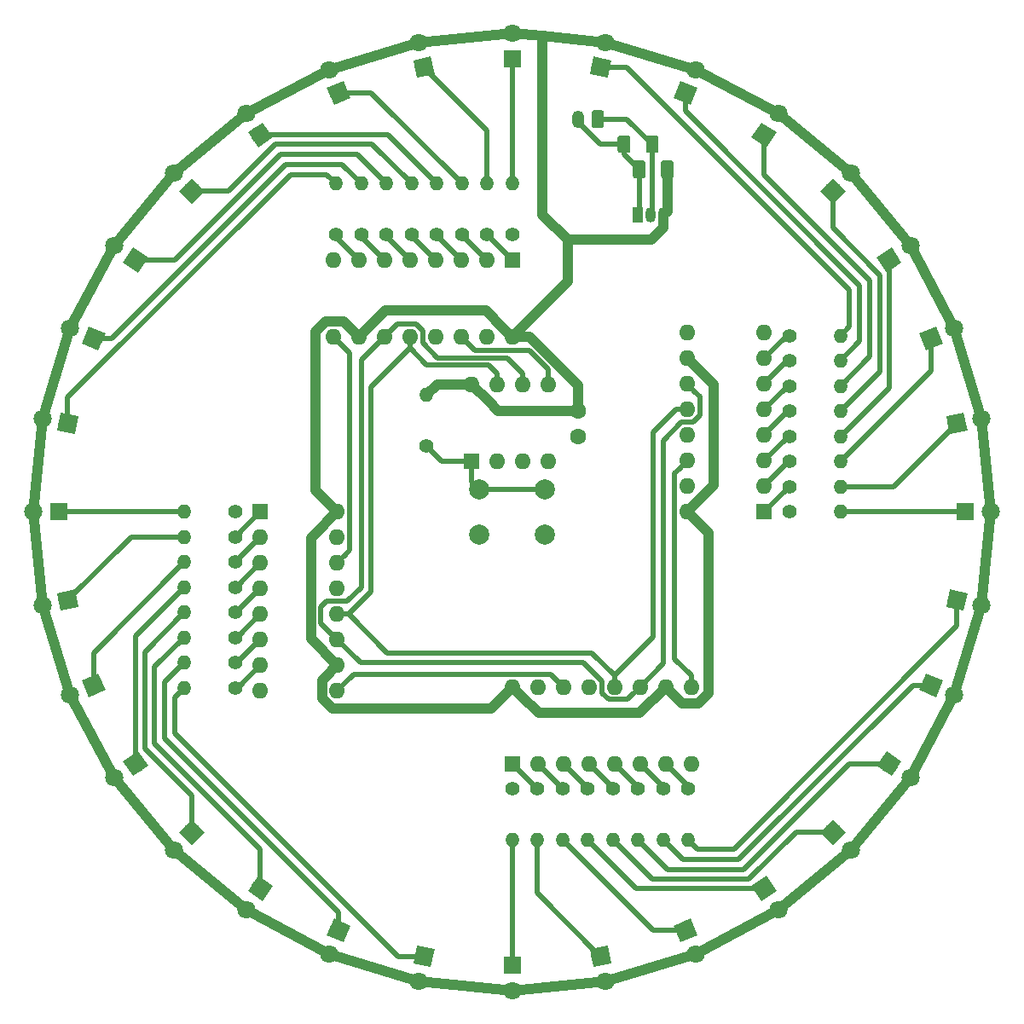
<source format=gbr>
G04 #@! TF.GenerationSoftware,KiCad,Pcbnew,(5.0.2)-1*
G04 #@! TF.CreationDate,2020-02-12T22:05:28+00:00*
G04 #@! TF.ProjectId,teatime,74656174-696d-4652-9e6b-696361645f70,rev?*
G04 #@! TF.SameCoordinates,Original*
G04 #@! TF.FileFunction,Copper,L1,Top*
G04 #@! TF.FilePolarity,Positive*
%FSLAX46Y46*%
G04 Gerber Fmt 4.6, Leading zero omitted, Abs format (unit mm)*
G04 Created by KiCad (PCBNEW (5.0.2)-1) date 12/02/2020 22:05:28*
%MOMM*%
%LPD*%
G01*
G04 APERTURE LIST*
G04 #@! TA.AperFunction,ComponentPad*
%ADD10C,1.600000*%
G04 #@! TD*
G04 #@! TA.AperFunction,ComponentPad*
%ADD11O,1.400000X1.400000*%
G04 #@! TD*
G04 #@! TA.AperFunction,ComponentPad*
%ADD12C,1.400000*%
G04 #@! TD*
G04 #@! TA.AperFunction,ComponentPad*
%ADD13O,1.600000X1.600000*%
G04 #@! TD*
G04 #@! TA.AperFunction,ComponentPad*
%ADD14R,1.600000X1.600000*%
G04 #@! TD*
G04 #@! TA.AperFunction,ComponentPad*
%ADD15R,1.050000X1.500000*%
G04 #@! TD*
G04 #@! TA.AperFunction,ComponentPad*
%ADD16O,1.050000X1.500000*%
G04 #@! TD*
G04 #@! TA.AperFunction,ComponentPad*
%ADD17C,2.000000*%
G04 #@! TD*
G04 #@! TA.AperFunction,Conductor*
%ADD18C,0.100000*%
G04 #@! TD*
G04 #@! TA.AperFunction,SMDPad,CuDef*
%ADD19C,1.250000*%
G04 #@! TD*
G04 #@! TA.AperFunction,ComponentPad*
%ADD20C,1.200000*%
G04 #@! TD*
G04 #@! TA.AperFunction,ComponentPad*
%ADD21O,1.200000X1.750000*%
G04 #@! TD*
G04 #@! TA.AperFunction,ComponentPad*
%ADD22C,1.800000*%
G04 #@! TD*
G04 #@! TA.AperFunction,ComponentPad*
%ADD23R,1.800000X1.800000*%
G04 #@! TD*
G04 #@! TA.AperFunction,Conductor*
%ADD24C,0.500000*%
G04 #@! TD*
G04 #@! TA.AperFunction,Conductor*
%ADD25C,1.000000*%
G04 #@! TD*
G04 APERTURE END LIST*
D10*
G04 #@! TO.P,C3,1*
G04 #@! TO.N,+3V3*
X106500000Y-90000000D03*
G04 #@! TO.P,C3,2*
G04 #@! TO.N,GND*
X106500000Y-92500000D03*
G04 #@! TD*
D11*
G04 #@! TO.P,R32,2*
G04 #@! TO.N,Net-(D32-Pad1)*
X132580000Y-82500000D03*
D12*
G04 #@! TO.P,R32,1*
G04 #@! TO.N,Net-(R32-Pad1)*
X127500000Y-82500000D03*
G04 #@! TD*
D11*
G04 #@! TO.P,R31,2*
G04 #@! TO.N,Net-(D31-Pad1)*
X132580000Y-85000000D03*
D12*
G04 #@! TO.P,R31,1*
G04 #@! TO.N,Net-(R31-Pad1)*
X127500000Y-85000000D03*
G04 #@! TD*
D11*
G04 #@! TO.P,R30,2*
G04 #@! TO.N,Net-(D30-Pad1)*
X132580000Y-87500000D03*
D12*
G04 #@! TO.P,R30,1*
G04 #@! TO.N,Net-(R30-Pad1)*
X127500000Y-87500000D03*
G04 #@! TD*
D11*
G04 #@! TO.P,R29,2*
G04 #@! TO.N,Net-(D29-Pad1)*
X132580000Y-90000000D03*
D12*
G04 #@! TO.P,R29,1*
G04 #@! TO.N,Net-(R29-Pad1)*
X127500000Y-90000000D03*
G04 #@! TD*
D11*
G04 #@! TO.P,R28,2*
G04 #@! TO.N,Net-(D28-Pad1)*
X132580000Y-92500000D03*
D12*
G04 #@! TO.P,R28,1*
G04 #@! TO.N,Net-(R28-Pad1)*
X127500000Y-92500000D03*
G04 #@! TD*
D11*
G04 #@! TO.P,R27,2*
G04 #@! TO.N,Net-(D27-Pad1)*
X132580000Y-95000000D03*
D12*
G04 #@! TO.P,R27,1*
G04 #@! TO.N,Net-(R27-Pad1)*
X127500000Y-95000000D03*
G04 #@! TD*
D11*
G04 #@! TO.P,R26,2*
G04 #@! TO.N,Net-(D26-Pad1)*
X132580000Y-97500000D03*
D12*
G04 #@! TO.P,R26,1*
G04 #@! TO.N,Net-(R26-Pad1)*
X127500000Y-97500000D03*
G04 #@! TD*
D11*
G04 #@! TO.P,R25,2*
G04 #@! TO.N,Net-(D25-Pad1)*
X132580000Y-100000000D03*
D12*
G04 #@! TO.P,R25,1*
G04 #@! TO.N,Net-(R25-Pad1)*
X127500000Y-100000000D03*
G04 #@! TD*
D11*
G04 #@! TO.P,R24,2*
G04 #@! TO.N,Net-(D24-Pad1)*
X117500000Y-132580000D03*
D12*
G04 #@! TO.P,R24,1*
G04 #@! TO.N,Net-(R24-Pad1)*
X117500000Y-127500000D03*
G04 #@! TD*
D11*
G04 #@! TO.P,R23,2*
G04 #@! TO.N,Net-(D23-Pad1)*
X115000000Y-132580000D03*
D12*
G04 #@! TO.P,R23,1*
G04 #@! TO.N,Net-(R23-Pad1)*
X115000000Y-127500000D03*
G04 #@! TD*
D11*
G04 #@! TO.P,R22,2*
G04 #@! TO.N,Net-(D22-Pad1)*
X112500000Y-132580000D03*
D12*
G04 #@! TO.P,R22,1*
G04 #@! TO.N,Net-(R22-Pad1)*
X112500000Y-127500000D03*
G04 #@! TD*
D11*
G04 #@! TO.P,R21,2*
G04 #@! TO.N,Net-(D21-Pad1)*
X110000000Y-132580000D03*
D12*
G04 #@! TO.P,R21,1*
G04 #@! TO.N,Net-(R21-Pad1)*
X110000000Y-127500000D03*
G04 #@! TD*
D11*
G04 #@! TO.P,R20,2*
G04 #@! TO.N,Net-(D20-Pad1)*
X107500000Y-132580000D03*
D12*
G04 #@! TO.P,R20,1*
G04 #@! TO.N,Net-(R20-Pad1)*
X107500000Y-127500000D03*
G04 #@! TD*
D11*
G04 #@! TO.P,R19,2*
G04 #@! TO.N,Net-(D19-Pad1)*
X105000000Y-132580000D03*
D12*
G04 #@! TO.P,R19,1*
G04 #@! TO.N,Net-(R19-Pad1)*
X105000000Y-127500000D03*
G04 #@! TD*
D11*
G04 #@! TO.P,R18,2*
G04 #@! TO.N,Net-(D18-Pad1)*
X102500000Y-132580000D03*
D12*
G04 #@! TO.P,R18,1*
G04 #@! TO.N,Net-(R18-Pad1)*
X102500000Y-127500000D03*
G04 #@! TD*
D11*
G04 #@! TO.P,R17,2*
G04 #@! TO.N,Net-(D17-Pad1)*
X100000000Y-132580000D03*
D12*
G04 #@! TO.P,R17,1*
G04 #@! TO.N,Net-(R17-Pad1)*
X100000000Y-127500000D03*
G04 #@! TD*
D11*
G04 #@! TO.P,R16,2*
G04 #@! TO.N,Net-(D16-Pad1)*
X67420000Y-117500000D03*
D12*
G04 #@! TO.P,R16,1*
G04 #@! TO.N,Net-(R16-Pad1)*
X72500000Y-117500000D03*
G04 #@! TD*
D11*
G04 #@! TO.P,R15,2*
G04 #@! TO.N,Net-(D15-Pad1)*
X67420000Y-115000000D03*
D12*
G04 #@! TO.P,R15,1*
G04 #@! TO.N,Net-(R15-Pad1)*
X72500000Y-115000000D03*
G04 #@! TD*
D11*
G04 #@! TO.P,R14,2*
G04 #@! TO.N,Net-(D14-Pad1)*
X67420000Y-112500000D03*
D12*
G04 #@! TO.P,R14,1*
G04 #@! TO.N,Net-(R14-Pad1)*
X72500000Y-112500000D03*
G04 #@! TD*
D11*
G04 #@! TO.P,R13,2*
G04 #@! TO.N,Net-(D13-Pad1)*
X67420000Y-110000000D03*
D12*
G04 #@! TO.P,R13,1*
G04 #@! TO.N,Net-(R13-Pad1)*
X72500000Y-110000000D03*
G04 #@! TD*
D11*
G04 #@! TO.P,R12,2*
G04 #@! TO.N,Net-(D12-Pad1)*
X67420000Y-107500000D03*
D12*
G04 #@! TO.P,R12,1*
G04 #@! TO.N,Net-(R12-Pad1)*
X72500000Y-107500000D03*
G04 #@! TD*
D11*
G04 #@! TO.P,R11,2*
G04 #@! TO.N,Net-(D11-Pad1)*
X67420000Y-105000000D03*
D12*
G04 #@! TO.P,R11,1*
G04 #@! TO.N,Net-(R11-Pad1)*
X72500000Y-105000000D03*
G04 #@! TD*
D11*
G04 #@! TO.P,R10,2*
G04 #@! TO.N,Net-(D10-Pad1)*
X67420000Y-102500000D03*
D12*
G04 #@! TO.P,R10,1*
G04 #@! TO.N,Net-(R10-Pad1)*
X72500000Y-102500000D03*
G04 #@! TD*
D11*
G04 #@! TO.P,R9,2*
G04 #@! TO.N,Net-(D9-Pad1)*
X67420000Y-100000000D03*
D12*
G04 #@! TO.P,R9,1*
G04 #@! TO.N,Net-(R9-Pad1)*
X72500000Y-100000000D03*
G04 #@! TD*
D11*
G04 #@! TO.P,R8,2*
G04 #@! TO.N,Net-(D8-Pad1)*
X82500000Y-67420000D03*
D12*
G04 #@! TO.P,R8,1*
G04 #@! TO.N,Net-(R8-Pad1)*
X82500000Y-72500000D03*
G04 #@! TD*
D11*
G04 #@! TO.P,R7,2*
G04 #@! TO.N,Net-(D7-Pad1)*
X85000000Y-67420000D03*
D12*
G04 #@! TO.P,R7,1*
G04 #@! TO.N,Net-(R7-Pad1)*
X85000000Y-72500000D03*
G04 #@! TD*
D11*
G04 #@! TO.P,R6,2*
G04 #@! TO.N,Net-(D6-Pad1)*
X87500000Y-67420000D03*
D12*
G04 #@! TO.P,R6,1*
G04 #@! TO.N,Net-(R6-Pad1)*
X87500000Y-72500000D03*
G04 #@! TD*
D11*
G04 #@! TO.P,R5,2*
G04 #@! TO.N,Net-(D5-Pad1)*
X90000000Y-67420000D03*
D12*
G04 #@! TO.P,R5,1*
G04 #@! TO.N,Net-(R5-Pad1)*
X90000000Y-72500000D03*
G04 #@! TD*
D11*
G04 #@! TO.P,R4,2*
G04 #@! TO.N,Net-(D4-Pad1)*
X92500000Y-67420000D03*
D12*
G04 #@! TO.P,R4,1*
G04 #@! TO.N,Net-(R4-Pad1)*
X92500000Y-72500000D03*
G04 #@! TD*
D11*
G04 #@! TO.P,R3,2*
G04 #@! TO.N,Net-(D3-Pad1)*
X95000000Y-67420000D03*
D12*
G04 #@! TO.P,R3,1*
G04 #@! TO.N,Net-(R3-Pad1)*
X95000000Y-72500000D03*
G04 #@! TD*
D11*
G04 #@! TO.P,R2,2*
G04 #@! TO.N,Net-(D2-Pad1)*
X97500000Y-67420000D03*
D12*
G04 #@! TO.P,R2,1*
G04 #@! TO.N,Net-(R2-Pad1)*
X97500000Y-72500000D03*
G04 #@! TD*
D13*
G04 #@! TO.P,U6,8*
G04 #@! TO.N,+3V3*
X96000000Y-87380000D03*
G04 #@! TO.P,U6,4*
G04 #@! TO.N,GND*
X103620000Y-95000000D03*
G04 #@! TO.P,U6,7*
G04 #@! TO.N,Net-(U2-Pad12)*
X98540000Y-87380000D03*
G04 #@! TO.P,U6,3*
G04 #@! TO.N,Net-(U6-Pad3)*
X101080000Y-95000000D03*
G04 #@! TO.P,U6,6*
G04 #@! TO.N,Net-(U2-Pad11)*
X101080000Y-87380000D03*
G04 #@! TO.P,U6,2*
G04 #@! TO.N,Net-(U6-Pad2)*
X98540000Y-95000000D03*
G04 #@! TO.P,U6,5*
G04 #@! TO.N,Net-(U2-Pad14)*
X103620000Y-87380000D03*
D14*
G04 #@! TO.P,U6,1*
G04 #@! TO.N,Net-(R33-Pad1)*
X96000000Y-95000000D03*
G04 #@! TD*
D15*
G04 #@! TO.P,U1,1*
G04 #@! TO.N,GND*
X112500000Y-70500000D03*
D16*
G04 #@! TO.P,U1,3*
G04 #@! TO.N,+3V3*
X115040000Y-70500000D03*
G04 #@! TO.P,U1,2*
G04 #@! TO.N,Net-(BT1-Pad1)*
X113770000Y-70500000D03*
G04 #@! TD*
D17*
G04 #@! TO.P,SW1,1*
G04 #@! TO.N,Net-(R33-Pad1)*
X103250000Y-97750000D03*
G04 #@! TO.P,SW1,2*
G04 #@! TO.N,GND*
X103250000Y-102250000D03*
G04 #@! TO.P,SW1,1*
G04 #@! TO.N,Net-(R33-Pad1)*
X96750000Y-97750000D03*
G04 #@! TO.P,SW1,2*
G04 #@! TO.N,GND*
X96750000Y-102250000D03*
G04 #@! TD*
D11*
G04 #@! TO.P,R33,2*
G04 #@! TO.N,+3V3*
X91500000Y-88420000D03*
D12*
G04 #@! TO.P,R33,1*
G04 #@! TO.N,Net-(R33-Pad1)*
X91500000Y-93500000D03*
G04 #@! TD*
D18*
G04 #@! TO.N,GND*
G04 #@! TO.C,C1*
G36*
X111499504Y-62626204D02*
X111523773Y-62629804D01*
X111547571Y-62635765D01*
X111570671Y-62644030D01*
X111592849Y-62654520D01*
X111613893Y-62667133D01*
X111633598Y-62681747D01*
X111651777Y-62698223D01*
X111668253Y-62716402D01*
X111682867Y-62736107D01*
X111695480Y-62757151D01*
X111705970Y-62779329D01*
X111714235Y-62802429D01*
X111720196Y-62826227D01*
X111723796Y-62850496D01*
X111725000Y-62875000D01*
X111725000Y-64125000D01*
X111723796Y-64149504D01*
X111720196Y-64173773D01*
X111714235Y-64197571D01*
X111705970Y-64220671D01*
X111695480Y-64242849D01*
X111682867Y-64263893D01*
X111668253Y-64283598D01*
X111651777Y-64301777D01*
X111633598Y-64318253D01*
X111613893Y-64332867D01*
X111592849Y-64345480D01*
X111570671Y-64355970D01*
X111547571Y-64364235D01*
X111523773Y-64370196D01*
X111499504Y-64373796D01*
X111475000Y-64375000D01*
X110725000Y-64375000D01*
X110700496Y-64373796D01*
X110676227Y-64370196D01*
X110652429Y-64364235D01*
X110629329Y-64355970D01*
X110607151Y-64345480D01*
X110586107Y-64332867D01*
X110566402Y-64318253D01*
X110548223Y-64301777D01*
X110531747Y-64283598D01*
X110517133Y-64263893D01*
X110504520Y-64242849D01*
X110494030Y-64220671D01*
X110485765Y-64197571D01*
X110479804Y-64173773D01*
X110476204Y-64149504D01*
X110475000Y-64125000D01*
X110475000Y-62875000D01*
X110476204Y-62850496D01*
X110479804Y-62826227D01*
X110485765Y-62802429D01*
X110494030Y-62779329D01*
X110504520Y-62757151D01*
X110517133Y-62736107D01*
X110531747Y-62716402D01*
X110548223Y-62698223D01*
X110566402Y-62681747D01*
X110586107Y-62667133D01*
X110607151Y-62654520D01*
X110629329Y-62644030D01*
X110652429Y-62635765D01*
X110676227Y-62629804D01*
X110700496Y-62626204D01*
X110725000Y-62625000D01*
X111475000Y-62625000D01*
X111499504Y-62626204D01*
X111499504Y-62626204D01*
G37*
D19*
G04 #@! TD*
G04 #@! TO.P,C1,2*
G04 #@! TO.N,GND*
X111100000Y-63500000D03*
D18*
G04 #@! TO.N,Net-(BT1-Pad1)*
G04 #@! TO.C,C1*
G36*
X114299504Y-62626204D02*
X114323773Y-62629804D01*
X114347571Y-62635765D01*
X114370671Y-62644030D01*
X114392849Y-62654520D01*
X114413893Y-62667133D01*
X114433598Y-62681747D01*
X114451777Y-62698223D01*
X114468253Y-62716402D01*
X114482867Y-62736107D01*
X114495480Y-62757151D01*
X114505970Y-62779329D01*
X114514235Y-62802429D01*
X114520196Y-62826227D01*
X114523796Y-62850496D01*
X114525000Y-62875000D01*
X114525000Y-64125000D01*
X114523796Y-64149504D01*
X114520196Y-64173773D01*
X114514235Y-64197571D01*
X114505970Y-64220671D01*
X114495480Y-64242849D01*
X114482867Y-64263893D01*
X114468253Y-64283598D01*
X114451777Y-64301777D01*
X114433598Y-64318253D01*
X114413893Y-64332867D01*
X114392849Y-64345480D01*
X114370671Y-64355970D01*
X114347571Y-64364235D01*
X114323773Y-64370196D01*
X114299504Y-64373796D01*
X114275000Y-64375000D01*
X113525000Y-64375000D01*
X113500496Y-64373796D01*
X113476227Y-64370196D01*
X113452429Y-64364235D01*
X113429329Y-64355970D01*
X113407151Y-64345480D01*
X113386107Y-64332867D01*
X113366402Y-64318253D01*
X113348223Y-64301777D01*
X113331747Y-64283598D01*
X113317133Y-64263893D01*
X113304520Y-64242849D01*
X113294030Y-64220671D01*
X113285765Y-64197571D01*
X113279804Y-64173773D01*
X113276204Y-64149504D01*
X113275000Y-64125000D01*
X113275000Y-62875000D01*
X113276204Y-62850496D01*
X113279804Y-62826227D01*
X113285765Y-62802429D01*
X113294030Y-62779329D01*
X113304520Y-62757151D01*
X113317133Y-62736107D01*
X113331747Y-62716402D01*
X113348223Y-62698223D01*
X113366402Y-62681747D01*
X113386107Y-62667133D01*
X113407151Y-62654520D01*
X113429329Y-62644030D01*
X113452429Y-62635765D01*
X113476227Y-62629804D01*
X113500496Y-62626204D01*
X113525000Y-62625000D01*
X114275000Y-62625000D01*
X114299504Y-62626204D01*
X114299504Y-62626204D01*
G37*
D19*
G04 #@! TD*
G04 #@! TO.P,C1,1*
G04 #@! TO.N,Net-(BT1-Pad1)*
X113900000Y-63500000D03*
D18*
G04 #@! TO.N,+3V3*
G04 #@! TO.C,C2*
G36*
X115799504Y-65126204D02*
X115823773Y-65129804D01*
X115847571Y-65135765D01*
X115870671Y-65144030D01*
X115892849Y-65154520D01*
X115913893Y-65167133D01*
X115933598Y-65181747D01*
X115951777Y-65198223D01*
X115968253Y-65216402D01*
X115982867Y-65236107D01*
X115995480Y-65257151D01*
X116005970Y-65279329D01*
X116014235Y-65302429D01*
X116020196Y-65326227D01*
X116023796Y-65350496D01*
X116025000Y-65375000D01*
X116025000Y-66625000D01*
X116023796Y-66649504D01*
X116020196Y-66673773D01*
X116014235Y-66697571D01*
X116005970Y-66720671D01*
X115995480Y-66742849D01*
X115982867Y-66763893D01*
X115968253Y-66783598D01*
X115951777Y-66801777D01*
X115933598Y-66818253D01*
X115913893Y-66832867D01*
X115892849Y-66845480D01*
X115870671Y-66855970D01*
X115847571Y-66864235D01*
X115823773Y-66870196D01*
X115799504Y-66873796D01*
X115775000Y-66875000D01*
X115025000Y-66875000D01*
X115000496Y-66873796D01*
X114976227Y-66870196D01*
X114952429Y-66864235D01*
X114929329Y-66855970D01*
X114907151Y-66845480D01*
X114886107Y-66832867D01*
X114866402Y-66818253D01*
X114848223Y-66801777D01*
X114831747Y-66783598D01*
X114817133Y-66763893D01*
X114804520Y-66742849D01*
X114794030Y-66720671D01*
X114785765Y-66697571D01*
X114779804Y-66673773D01*
X114776204Y-66649504D01*
X114775000Y-66625000D01*
X114775000Y-65375000D01*
X114776204Y-65350496D01*
X114779804Y-65326227D01*
X114785765Y-65302429D01*
X114794030Y-65279329D01*
X114804520Y-65257151D01*
X114817133Y-65236107D01*
X114831747Y-65216402D01*
X114848223Y-65198223D01*
X114866402Y-65181747D01*
X114886107Y-65167133D01*
X114907151Y-65154520D01*
X114929329Y-65144030D01*
X114952429Y-65135765D01*
X114976227Y-65129804D01*
X115000496Y-65126204D01*
X115025000Y-65125000D01*
X115775000Y-65125000D01*
X115799504Y-65126204D01*
X115799504Y-65126204D01*
G37*
D19*
G04 #@! TD*
G04 #@! TO.P,C2,1*
G04 #@! TO.N,+3V3*
X115400000Y-66000000D03*
D18*
G04 #@! TO.N,GND*
G04 #@! TO.C,C2*
G36*
X112999504Y-65126204D02*
X113023773Y-65129804D01*
X113047571Y-65135765D01*
X113070671Y-65144030D01*
X113092849Y-65154520D01*
X113113893Y-65167133D01*
X113133598Y-65181747D01*
X113151777Y-65198223D01*
X113168253Y-65216402D01*
X113182867Y-65236107D01*
X113195480Y-65257151D01*
X113205970Y-65279329D01*
X113214235Y-65302429D01*
X113220196Y-65326227D01*
X113223796Y-65350496D01*
X113225000Y-65375000D01*
X113225000Y-66625000D01*
X113223796Y-66649504D01*
X113220196Y-66673773D01*
X113214235Y-66697571D01*
X113205970Y-66720671D01*
X113195480Y-66742849D01*
X113182867Y-66763893D01*
X113168253Y-66783598D01*
X113151777Y-66801777D01*
X113133598Y-66818253D01*
X113113893Y-66832867D01*
X113092849Y-66845480D01*
X113070671Y-66855970D01*
X113047571Y-66864235D01*
X113023773Y-66870196D01*
X112999504Y-66873796D01*
X112975000Y-66875000D01*
X112225000Y-66875000D01*
X112200496Y-66873796D01*
X112176227Y-66870196D01*
X112152429Y-66864235D01*
X112129329Y-66855970D01*
X112107151Y-66845480D01*
X112086107Y-66832867D01*
X112066402Y-66818253D01*
X112048223Y-66801777D01*
X112031747Y-66783598D01*
X112017133Y-66763893D01*
X112004520Y-66742849D01*
X111994030Y-66720671D01*
X111985765Y-66697571D01*
X111979804Y-66673773D01*
X111976204Y-66649504D01*
X111975000Y-66625000D01*
X111975000Y-65375000D01*
X111976204Y-65350496D01*
X111979804Y-65326227D01*
X111985765Y-65302429D01*
X111994030Y-65279329D01*
X112004520Y-65257151D01*
X112017133Y-65236107D01*
X112031747Y-65216402D01*
X112048223Y-65198223D01*
X112066402Y-65181747D01*
X112086107Y-65167133D01*
X112107151Y-65154520D01*
X112129329Y-65144030D01*
X112152429Y-65135765D01*
X112176227Y-65129804D01*
X112200496Y-65126204D01*
X112225000Y-65125000D01*
X112975000Y-65125000D01*
X112999504Y-65126204D01*
X112999504Y-65126204D01*
G37*
D19*
G04 #@! TD*
G04 #@! TO.P,C2,2*
G04 #@! TO.N,GND*
X112600000Y-66000000D03*
D18*
G04 #@! TO.N,Net-(BT1-Pad1)*
G04 #@! TO.C,BT1*
G36*
X108874505Y-60126204D02*
X108898773Y-60129804D01*
X108922572Y-60135765D01*
X108945671Y-60144030D01*
X108967850Y-60154520D01*
X108988893Y-60167132D01*
X109008599Y-60181747D01*
X109026777Y-60198223D01*
X109043253Y-60216401D01*
X109057868Y-60236107D01*
X109070480Y-60257150D01*
X109080970Y-60279329D01*
X109089235Y-60302428D01*
X109095196Y-60326227D01*
X109098796Y-60350495D01*
X109100000Y-60374999D01*
X109100000Y-61625001D01*
X109098796Y-61649505D01*
X109095196Y-61673773D01*
X109089235Y-61697572D01*
X109080970Y-61720671D01*
X109070480Y-61742850D01*
X109057868Y-61763893D01*
X109043253Y-61783599D01*
X109026777Y-61801777D01*
X109008599Y-61818253D01*
X108988893Y-61832868D01*
X108967850Y-61845480D01*
X108945671Y-61855970D01*
X108922572Y-61864235D01*
X108898773Y-61870196D01*
X108874505Y-61873796D01*
X108850001Y-61875000D01*
X108149999Y-61875000D01*
X108125495Y-61873796D01*
X108101227Y-61870196D01*
X108077428Y-61864235D01*
X108054329Y-61855970D01*
X108032150Y-61845480D01*
X108011107Y-61832868D01*
X107991401Y-61818253D01*
X107973223Y-61801777D01*
X107956747Y-61783599D01*
X107942132Y-61763893D01*
X107929520Y-61742850D01*
X107919030Y-61720671D01*
X107910765Y-61697572D01*
X107904804Y-61673773D01*
X107901204Y-61649505D01*
X107900000Y-61625001D01*
X107900000Y-60374999D01*
X107901204Y-60350495D01*
X107904804Y-60326227D01*
X107910765Y-60302428D01*
X107919030Y-60279329D01*
X107929520Y-60257150D01*
X107942132Y-60236107D01*
X107956747Y-60216401D01*
X107973223Y-60198223D01*
X107991401Y-60181747D01*
X108011107Y-60167132D01*
X108032150Y-60154520D01*
X108054329Y-60144030D01*
X108077428Y-60135765D01*
X108101227Y-60129804D01*
X108125495Y-60126204D01*
X108149999Y-60125000D01*
X108850001Y-60125000D01*
X108874505Y-60126204D01*
X108874505Y-60126204D01*
G37*
D20*
G04 #@! TD*
G04 #@! TO.P,BT1,1*
G04 #@! TO.N,Net-(BT1-Pad1)*
X108500000Y-61000000D03*
D21*
G04 #@! TO.P,BT1,2*
G04 #@! TO.N,GND*
X106499999Y-61000000D03*
G04 #@! TD*
D22*
G04 #@! TO.P,D17,2*
G04 #@! TO.N,+3V3*
X100000000Y-147540000D03*
D23*
G04 #@! TO.P,D17,1*
G04 #@! TO.N,Net-(D17-Pad1)*
X100000000Y-145000000D03*
G04 #@! TD*
D22*
G04 #@! TO.P,D30,1*
G04 #@! TO.N,Net-(D30-Pad1)*
X125000660Y-62583867D03*
D18*
G04 #@! TD*
G04 #@! TO.N,Net-(D30-Pad1)*
G04 #@! TO.C,D30*
G36*
X125248969Y-63832203D02*
X123752324Y-62832176D01*
X124752351Y-61335531D01*
X126248996Y-62335558D01*
X125248969Y-63832203D01*
X125248969Y-63832203D01*
G37*
D22*
G04 #@! TO.P,D30,2*
G04 #@! TO.N,+3V3*
X126411808Y-60471934D03*
G04 #@! TD*
G04 #@! TO.P,D29,2*
G04 #@! TO.N,+3V3*
X133615856Y-66384143D03*
G04 #@! TO.P,D29,1*
G04 #@! TO.N,Net-(D29-Pad1)*
X131819805Y-68180194D03*
D18*
G04 #@! TD*
G04 #@! TO.N,Net-(D29-Pad1)*
G04 #@! TO.C,D29*
G36*
X131819805Y-69452986D02*
X130547013Y-68180194D01*
X131819805Y-66907402D01*
X133092597Y-68180194D01*
X131819805Y-69452986D01*
X131819805Y-69452986D01*
G37*
D22*
G04 #@! TO.P,D28,1*
G04 #@! TO.N,Net-(D28-Pad1)*
X137416132Y-74999339D03*
D18*
G04 #@! TD*
G04 #@! TO.N,Net-(D28-Pad1)*
G04 #@! TO.C,D28*
G36*
X137167823Y-76247675D02*
X136167796Y-74751030D01*
X137664441Y-73751003D01*
X138664468Y-75247648D01*
X137167823Y-76247675D01*
X137167823Y-76247675D01*
G37*
D22*
G04 #@! TO.P,D28,2*
G04 #@! TO.N,+3V3*
X139528065Y-73588191D03*
G04 #@! TD*
G04 #@! TO.P,D27,2*
G04 #@! TO.N,+3V3*
X143921232Y-81807229D03*
G04 #@! TO.P,D27,1*
G04 #@! TO.N,Net-(D27-Pad1)*
X141574578Y-82779245D03*
D18*
G04 #@! TD*
G04 #@! TO.N,Net-(D27-Pad1)*
G04 #@! TO.C,D27*
G36*
X141087502Y-83955152D02*
X140398671Y-82292169D01*
X142061654Y-81603338D01*
X142750485Y-83266321D01*
X141087502Y-83955152D01*
X141087502Y-83955152D01*
G37*
D22*
G04 #@! TO.P,D26,1*
G04 #@! TO.N,Net-(D26-Pad1)*
X144135337Y-91220935D03*
D18*
G04 #@! TD*
G04 #@! TO.N,Net-(D26-Pad1)*
G04 #@! TO.C,D26*
G36*
X143428212Y-92279223D02*
X143077049Y-90513810D01*
X144842462Y-90162647D01*
X145193625Y-91928060D01*
X143428212Y-92279223D01*
X143428212Y-92279223D01*
G37*
D22*
G04 #@! TO.P,D26,2*
G04 #@! TO.N,+3V3*
X146626532Y-90725406D03*
G04 #@! TD*
G04 #@! TO.P,D25,2*
G04 #@! TO.N,+3V3*
X147540000Y-100000000D03*
D23*
G04 #@! TO.P,D25,1*
G04 #@! TO.N,Net-(D25-Pad1)*
X145000000Y-100000000D03*
G04 #@! TD*
D22*
G04 #@! TO.P,D24,1*
G04 #@! TO.N,Net-(D24-Pad1)*
X144135337Y-108779064D03*
D18*
G04 #@! TD*
G04 #@! TO.N,Net-(D24-Pad1)*
G04 #@! TO.C,D24*
G36*
X143077049Y-109486189D02*
X143428212Y-107720776D01*
X145193625Y-108071939D01*
X144842462Y-109837352D01*
X143077049Y-109486189D01*
X143077049Y-109486189D01*
G37*
D22*
G04 #@! TO.P,D24,2*
G04 #@! TO.N,+3V3*
X146626532Y-109274593D03*
G04 #@! TD*
G04 #@! TO.P,D23,2*
G04 #@! TO.N,+3V3*
X143921232Y-118192770D03*
G04 #@! TO.P,D23,1*
G04 #@! TO.N,Net-(D23-Pad1)*
X141574578Y-117220754D03*
D18*
G04 #@! TD*
G04 #@! TO.N,Net-(D23-Pad1)*
G04 #@! TO.C,D23*
G36*
X140398671Y-117707830D02*
X141087502Y-116044847D01*
X142750485Y-116733678D01*
X142061654Y-118396661D01*
X140398671Y-117707830D01*
X140398671Y-117707830D01*
G37*
D22*
G04 #@! TO.P,D22,1*
G04 #@! TO.N,Net-(D22-Pad1)*
X137416132Y-125000660D03*
D18*
G04 #@! TD*
G04 #@! TO.N,Net-(D22-Pad1)*
G04 #@! TO.C,D22*
G36*
X136167796Y-125248969D02*
X137167823Y-123752324D01*
X138664468Y-124752351D01*
X137664441Y-126248996D01*
X136167796Y-125248969D01*
X136167796Y-125248969D01*
G37*
D22*
G04 #@! TO.P,D22,2*
G04 #@! TO.N,+3V3*
X139528065Y-126411808D03*
G04 #@! TD*
G04 #@! TO.P,D21,2*
G04 #@! TO.N,+3V3*
X133615856Y-133615856D03*
G04 #@! TO.P,D21,1*
G04 #@! TO.N,Net-(D21-Pad1)*
X131819805Y-131819805D03*
D18*
G04 #@! TD*
G04 #@! TO.N,Net-(D21-Pad1)*
G04 #@! TO.C,D21*
G36*
X130547013Y-131819805D02*
X131819805Y-130547013D01*
X133092597Y-131819805D01*
X131819805Y-133092597D01*
X130547013Y-131819805D01*
X130547013Y-131819805D01*
G37*
D22*
G04 #@! TO.P,D20,1*
G04 #@! TO.N,Net-(D20-Pad1)*
X125000660Y-137416132D03*
D18*
G04 #@! TD*
G04 #@! TO.N,Net-(D20-Pad1)*
G04 #@! TO.C,D20*
G36*
X123752324Y-137167823D02*
X125248969Y-136167796D01*
X126248996Y-137664441D01*
X124752351Y-138664468D01*
X123752324Y-137167823D01*
X123752324Y-137167823D01*
G37*
D22*
G04 #@! TO.P,D20,2*
G04 #@! TO.N,+3V3*
X126411808Y-139528065D03*
G04 #@! TD*
G04 #@! TO.P,D19,2*
G04 #@! TO.N,+3V3*
X118192770Y-143921232D03*
G04 #@! TO.P,D19,1*
G04 #@! TO.N,Net-(D19-Pad1)*
X117220754Y-141574578D03*
D18*
G04 #@! TD*
G04 #@! TO.N,Net-(D19-Pad1)*
G04 #@! TO.C,D19*
G36*
X116044847Y-141087502D02*
X117707830Y-140398671D01*
X118396661Y-142061654D01*
X116733678Y-142750485D01*
X116044847Y-141087502D01*
X116044847Y-141087502D01*
G37*
D22*
G04 #@! TO.P,D18,1*
G04 #@! TO.N,Net-(D18-Pad1)*
X108779064Y-144135337D03*
D18*
G04 #@! TD*
G04 #@! TO.N,Net-(D18-Pad1)*
G04 #@! TO.C,D18*
G36*
X107720776Y-143428212D02*
X109486189Y-143077049D01*
X109837352Y-144842462D01*
X108071939Y-145193625D01*
X107720776Y-143428212D01*
X107720776Y-143428212D01*
G37*
D22*
G04 #@! TO.P,D18,2*
G04 #@! TO.N,+3V3*
X109274593Y-146626532D03*
G04 #@! TD*
G04 #@! TO.P,D16,2*
G04 #@! TO.N,+3V3*
X90725406Y-146626532D03*
G04 #@! TO.P,D16,1*
G04 #@! TO.N,Net-(D16-Pad1)*
X91220935Y-144135337D03*
D18*
G04 #@! TD*
G04 #@! TO.N,Net-(D16-Pad1)*
G04 #@! TO.C,D16*
G36*
X90513810Y-143077049D02*
X92279223Y-143428212D01*
X91928060Y-145193625D01*
X90162647Y-144842462D01*
X90513810Y-143077049D01*
X90513810Y-143077049D01*
G37*
D22*
G04 #@! TO.P,D32,1*
G04 #@! TO.N,Net-(D32-Pad1)*
X108779064Y-55864662D03*
D18*
G04 #@! TD*
G04 #@! TO.N,Net-(D32-Pad1)*
G04 #@! TO.C,D32*
G36*
X109486189Y-56922950D02*
X107720776Y-56571787D01*
X108071939Y-54806374D01*
X109837352Y-55157537D01*
X109486189Y-56922950D01*
X109486189Y-56922950D01*
G37*
D22*
G04 #@! TO.P,D32,2*
G04 #@! TO.N,+3V3*
X109274593Y-53373467D03*
G04 #@! TD*
G04 #@! TO.P,D14,2*
G04 #@! TO.N,+3V3*
X73588191Y-139528065D03*
G04 #@! TO.P,D14,1*
G04 #@! TO.N,Net-(D14-Pad1)*
X74999339Y-137416132D03*
D18*
G04 #@! TD*
G04 #@! TO.N,Net-(D14-Pad1)*
G04 #@! TO.C,D14*
G36*
X74751030Y-136167796D02*
X76247675Y-137167823D01*
X75247648Y-138664468D01*
X73751003Y-137664441D01*
X74751030Y-136167796D01*
X74751030Y-136167796D01*
G37*
D22*
G04 #@! TO.P,D31,1*
G04 #@! TO.N,Net-(D31-Pad1)*
X117220754Y-58425421D03*
D18*
G04 #@! TD*
G04 #@! TO.N,Net-(D31-Pad1)*
G04 #@! TO.C,D31*
G36*
X117707830Y-59601328D02*
X116044847Y-58912497D01*
X116733678Y-57249514D01*
X118396661Y-57938345D01*
X117707830Y-59601328D01*
X117707830Y-59601328D01*
G37*
D22*
G04 #@! TO.P,D31,2*
G04 #@! TO.N,+3V3*
X118192770Y-56078767D03*
G04 #@! TD*
G04 #@! TO.P,D1,2*
G04 #@! TO.N,+3V3*
X100000000Y-52460000D03*
D23*
G04 #@! TO.P,D1,1*
G04 #@! TO.N,Net-(D1-Pad1)*
X100000000Y-55000000D03*
G04 #@! TD*
D22*
G04 #@! TO.P,D2,1*
G04 #@! TO.N,Net-(D2-Pad1)*
X91220935Y-55864662D03*
D18*
G04 #@! TD*
G04 #@! TO.N,Net-(D2-Pad1)*
G04 #@! TO.C,D2*
G36*
X92279223Y-56571787D02*
X90513810Y-56922950D01*
X90162647Y-55157537D01*
X91928060Y-54806374D01*
X92279223Y-56571787D01*
X92279223Y-56571787D01*
G37*
D22*
G04 #@! TO.P,D2,2*
G04 #@! TO.N,+3V3*
X90725406Y-53373467D03*
G04 #@! TD*
G04 #@! TO.P,D3,2*
G04 #@! TO.N,+3V3*
X81807229Y-56078767D03*
G04 #@! TO.P,D3,1*
G04 #@! TO.N,Net-(D3-Pad1)*
X82779245Y-58425421D03*
D18*
G04 #@! TD*
G04 #@! TO.N,Net-(D3-Pad1)*
G04 #@! TO.C,D3*
G36*
X83955152Y-58912497D02*
X82292169Y-59601328D01*
X81603338Y-57938345D01*
X83266321Y-57249514D01*
X83955152Y-58912497D01*
X83955152Y-58912497D01*
G37*
D22*
G04 #@! TO.P,D4,1*
G04 #@! TO.N,Net-(D4-Pad1)*
X74999339Y-62583867D03*
D18*
G04 #@! TD*
G04 #@! TO.N,Net-(D4-Pad1)*
G04 #@! TO.C,D4*
G36*
X76247675Y-62832176D02*
X74751030Y-63832203D01*
X73751003Y-62335558D01*
X75247648Y-61335531D01*
X76247675Y-62832176D01*
X76247675Y-62832176D01*
G37*
D22*
G04 #@! TO.P,D4,2*
G04 #@! TO.N,+3V3*
X73588191Y-60471934D03*
G04 #@! TD*
G04 #@! TO.P,D5,2*
G04 #@! TO.N,+3V3*
X66384143Y-66384143D03*
G04 #@! TO.P,D5,1*
G04 #@! TO.N,Net-(D5-Pad1)*
X68180194Y-68180194D03*
D18*
G04 #@! TD*
G04 #@! TO.N,Net-(D5-Pad1)*
G04 #@! TO.C,D5*
G36*
X69452986Y-68180194D02*
X68180194Y-69452986D01*
X66907402Y-68180194D01*
X68180194Y-66907402D01*
X69452986Y-68180194D01*
X69452986Y-68180194D01*
G37*
D22*
G04 #@! TO.P,D6,1*
G04 #@! TO.N,Net-(D6-Pad1)*
X62583867Y-74999339D03*
D18*
G04 #@! TD*
G04 #@! TO.N,Net-(D6-Pad1)*
G04 #@! TO.C,D6*
G36*
X63832203Y-74751030D02*
X62832176Y-76247675D01*
X61335531Y-75247648D01*
X62335558Y-73751003D01*
X63832203Y-74751030D01*
X63832203Y-74751030D01*
G37*
D22*
G04 #@! TO.P,D6,2*
G04 #@! TO.N,+3V3*
X60471934Y-73588191D03*
G04 #@! TD*
G04 #@! TO.P,D7,2*
G04 #@! TO.N,+3V3*
X56078767Y-81807229D03*
G04 #@! TO.P,D7,1*
G04 #@! TO.N,Net-(D7-Pad1)*
X58425421Y-82779245D03*
D18*
G04 #@! TD*
G04 #@! TO.N,Net-(D7-Pad1)*
G04 #@! TO.C,D7*
G36*
X59601328Y-82292169D02*
X58912497Y-83955152D01*
X57249514Y-83266321D01*
X57938345Y-81603338D01*
X59601328Y-82292169D01*
X59601328Y-82292169D01*
G37*
D22*
G04 #@! TO.P,D8,1*
G04 #@! TO.N,Net-(D8-Pad1)*
X55864662Y-91220935D03*
D18*
G04 #@! TD*
G04 #@! TO.N,Net-(D8-Pad1)*
G04 #@! TO.C,D8*
G36*
X56922950Y-90513810D02*
X56571787Y-92279223D01*
X54806374Y-91928060D01*
X55157537Y-90162647D01*
X56922950Y-90513810D01*
X56922950Y-90513810D01*
G37*
D22*
G04 #@! TO.P,D8,2*
G04 #@! TO.N,+3V3*
X53373467Y-90725406D03*
G04 #@! TD*
G04 #@! TO.P,D9,2*
G04 #@! TO.N,+3V3*
X52460000Y-100000000D03*
D23*
G04 #@! TO.P,D9,1*
G04 #@! TO.N,Net-(D9-Pad1)*
X55000000Y-100000000D03*
G04 #@! TD*
D22*
G04 #@! TO.P,D10,1*
G04 #@! TO.N,Net-(D10-Pad1)*
X55864662Y-108779064D03*
D18*
G04 #@! TD*
G04 #@! TO.N,Net-(D10-Pad1)*
G04 #@! TO.C,D10*
G36*
X56571787Y-107720776D02*
X56922950Y-109486189D01*
X55157537Y-109837352D01*
X54806374Y-108071939D01*
X56571787Y-107720776D01*
X56571787Y-107720776D01*
G37*
D22*
G04 #@! TO.P,D10,2*
G04 #@! TO.N,+3V3*
X53373467Y-109274593D03*
G04 #@! TD*
G04 #@! TO.P,D11,2*
G04 #@! TO.N,+3V3*
X56078767Y-118192770D03*
G04 #@! TO.P,D11,1*
G04 #@! TO.N,Net-(D11-Pad1)*
X58425421Y-117220754D03*
D18*
G04 #@! TD*
G04 #@! TO.N,Net-(D11-Pad1)*
G04 #@! TO.C,D11*
G36*
X58912497Y-116044847D02*
X59601328Y-117707830D01*
X57938345Y-118396661D01*
X57249514Y-116733678D01*
X58912497Y-116044847D01*
X58912497Y-116044847D01*
G37*
D22*
G04 #@! TO.P,D12,1*
G04 #@! TO.N,Net-(D12-Pad1)*
X62583867Y-125000660D03*
D18*
G04 #@! TD*
G04 #@! TO.N,Net-(D12-Pad1)*
G04 #@! TO.C,D12*
G36*
X62832176Y-123752324D02*
X63832203Y-125248969D01*
X62335558Y-126248996D01*
X61335531Y-124752351D01*
X62832176Y-123752324D01*
X62832176Y-123752324D01*
G37*
D22*
G04 #@! TO.P,D12,2*
G04 #@! TO.N,+3V3*
X60471934Y-126411808D03*
G04 #@! TD*
G04 #@! TO.P,D13,2*
G04 #@! TO.N,+3V3*
X66384143Y-133615856D03*
G04 #@! TO.P,D13,1*
G04 #@! TO.N,Net-(D13-Pad1)*
X68180194Y-131819805D03*
D18*
G04 #@! TD*
G04 #@! TO.N,Net-(D13-Pad1)*
G04 #@! TO.C,D13*
G36*
X68180194Y-130547013D02*
X69452986Y-131819805D01*
X68180194Y-133092597D01*
X66907402Y-131819805D01*
X68180194Y-130547013D01*
X68180194Y-130547013D01*
G37*
D22*
G04 #@! TO.P,D15,1*
G04 #@! TO.N,Net-(D15-Pad1)*
X82779245Y-141574578D03*
D18*
G04 #@! TD*
G04 #@! TO.N,Net-(D15-Pad1)*
G04 #@! TO.C,D15*
G36*
X82292169Y-140398671D02*
X83955152Y-141087502D01*
X83266321Y-142750485D01*
X81603338Y-142061654D01*
X82292169Y-140398671D01*
X82292169Y-140398671D01*
G37*
D22*
G04 #@! TO.P,D15,2*
G04 #@! TO.N,+3V3*
X81807229Y-143921232D03*
G04 #@! TD*
D13*
G04 #@! TO.P,U3,16*
G04 #@! TO.N,+3V3*
X82620000Y-100000000D03*
G04 #@! TO.P,U3,8*
G04 #@! TO.N,GND*
X75000000Y-117780000D03*
G04 #@! TO.P,U3,15*
G04 #@! TO.N,Net-(R9-Pad1)*
X82620000Y-102540000D03*
G04 #@! TO.P,U3,7*
G04 #@! TO.N,Net-(R16-Pad1)*
X75000000Y-115240000D03*
G04 #@! TO.P,U3,14*
G04 #@! TO.N,Net-(U2-Pad9)*
X82620000Y-105080000D03*
G04 #@! TO.P,U3,6*
G04 #@! TO.N,Net-(R15-Pad1)*
X75000000Y-112700000D03*
G04 #@! TO.P,U3,13*
G04 #@! TO.N,GND*
X82620000Y-107620000D03*
G04 #@! TO.P,U3,5*
G04 #@! TO.N,Net-(R14-Pad1)*
X75000000Y-110160000D03*
G04 #@! TO.P,U3,12*
G04 #@! TO.N,Net-(U2-Pad12)*
X82620000Y-110160000D03*
G04 #@! TO.P,U3,4*
G04 #@! TO.N,Net-(R13-Pad1)*
X75000000Y-107620000D03*
G04 #@! TO.P,U3,11*
G04 #@! TO.N,Net-(U2-Pad11)*
X82620000Y-112700000D03*
G04 #@! TO.P,U3,3*
G04 #@! TO.N,Net-(R12-Pad1)*
X75000000Y-105080000D03*
G04 #@! TO.P,U3,10*
G04 #@! TO.N,+3V3*
X82620000Y-115240000D03*
G04 #@! TO.P,U3,2*
G04 #@! TO.N,Net-(R11-Pad1)*
X75000000Y-102540000D03*
G04 #@! TO.P,U3,9*
G04 #@! TO.N,Net-(U3-Pad9)*
X82620000Y-117780000D03*
D14*
G04 #@! TO.P,U3,1*
G04 #@! TO.N,Net-(R10-Pad1)*
X75000000Y-100000000D03*
G04 #@! TD*
G04 #@! TO.P,U4,1*
G04 #@! TO.N,Net-(R18-Pad1)*
X100000000Y-125000000D03*
D13*
G04 #@! TO.P,U4,9*
G04 #@! TO.N,Net-(U4-Pad9)*
X117780000Y-117380000D03*
G04 #@! TO.P,U4,2*
G04 #@! TO.N,Net-(R19-Pad1)*
X102540000Y-125000000D03*
G04 #@! TO.P,U4,10*
G04 #@! TO.N,+3V3*
X115240000Y-117380000D03*
G04 #@! TO.P,U4,3*
G04 #@! TO.N,Net-(R20-Pad1)*
X105080000Y-125000000D03*
G04 #@! TO.P,U4,11*
G04 #@! TO.N,Net-(U2-Pad11)*
X112700000Y-117380000D03*
G04 #@! TO.P,U4,4*
G04 #@! TO.N,Net-(R21-Pad1)*
X107620000Y-125000000D03*
G04 #@! TO.P,U4,12*
G04 #@! TO.N,Net-(U2-Pad12)*
X110160000Y-117380000D03*
G04 #@! TO.P,U4,5*
G04 #@! TO.N,Net-(R22-Pad1)*
X110160000Y-125000000D03*
G04 #@! TO.P,U4,13*
G04 #@! TO.N,GND*
X107620000Y-117380000D03*
G04 #@! TO.P,U4,6*
G04 #@! TO.N,Net-(R23-Pad1)*
X112700000Y-125000000D03*
G04 #@! TO.P,U4,14*
G04 #@! TO.N,Net-(U3-Pad9)*
X105080000Y-117380000D03*
G04 #@! TO.P,U4,7*
G04 #@! TO.N,Net-(R24-Pad1)*
X115240000Y-125000000D03*
G04 #@! TO.P,U4,15*
G04 #@! TO.N,Net-(R17-Pad1)*
X102540000Y-117380000D03*
G04 #@! TO.P,U4,8*
G04 #@! TO.N,GND*
X117780000Y-125000000D03*
G04 #@! TO.P,U4,16*
G04 #@! TO.N,+3V3*
X100000000Y-117380000D03*
G04 #@! TD*
G04 #@! TO.P,U5,16*
G04 #@! TO.N,+3V3*
X117380000Y-100000000D03*
G04 #@! TO.P,U5,8*
G04 #@! TO.N,GND*
X125000000Y-82220000D03*
G04 #@! TO.P,U5,15*
G04 #@! TO.N,Net-(R25-Pad1)*
X117380000Y-97460000D03*
G04 #@! TO.P,U5,7*
G04 #@! TO.N,Net-(R32-Pad1)*
X125000000Y-84760000D03*
G04 #@! TO.P,U5,14*
G04 #@! TO.N,Net-(U4-Pad9)*
X117380000Y-94920000D03*
G04 #@! TO.P,U5,6*
G04 #@! TO.N,Net-(R31-Pad1)*
X125000000Y-87300000D03*
G04 #@! TO.P,U5,13*
G04 #@! TO.N,GND*
X117380000Y-92380000D03*
G04 #@! TO.P,U5,5*
G04 #@! TO.N,Net-(R30-Pad1)*
X125000000Y-89840000D03*
G04 #@! TO.P,U5,12*
G04 #@! TO.N,Net-(U2-Pad12)*
X117380000Y-89840000D03*
G04 #@! TO.P,U5,4*
G04 #@! TO.N,Net-(R29-Pad1)*
X125000000Y-92380000D03*
G04 #@! TO.P,U5,11*
G04 #@! TO.N,Net-(U2-Pad11)*
X117380000Y-87300000D03*
G04 #@! TO.P,U5,3*
G04 #@! TO.N,Net-(R28-Pad1)*
X125000000Y-94920000D03*
G04 #@! TO.P,U5,10*
G04 #@! TO.N,+3V3*
X117380000Y-84760000D03*
G04 #@! TO.P,U5,2*
G04 #@! TO.N,Net-(R27-Pad1)*
X125000000Y-97460000D03*
G04 #@! TO.P,U5,9*
G04 #@! TO.N,Net-(U5-Pad9)*
X117380000Y-82220000D03*
D14*
G04 #@! TO.P,U5,1*
G04 #@! TO.N,Net-(R26-Pad1)*
X125000000Y-100000000D03*
G04 #@! TD*
G04 #@! TO.P,U2,1*
G04 #@! TO.N,Net-(R2-Pad1)*
X100000000Y-75000000D03*
D13*
G04 #@! TO.P,U2,9*
G04 #@! TO.N,Net-(U2-Pad9)*
X82220000Y-82620000D03*
G04 #@! TO.P,U2,2*
G04 #@! TO.N,Net-(R3-Pad1)*
X97460000Y-75000000D03*
G04 #@! TO.P,U2,10*
G04 #@! TO.N,+3V3*
X84760000Y-82620000D03*
G04 #@! TO.P,U2,3*
G04 #@! TO.N,Net-(R4-Pad1)*
X94920000Y-75000000D03*
G04 #@! TO.P,U2,11*
G04 #@! TO.N,Net-(U2-Pad11)*
X87300000Y-82620000D03*
G04 #@! TO.P,U2,4*
G04 #@! TO.N,Net-(R5-Pad1)*
X92380000Y-75000000D03*
G04 #@! TO.P,U2,12*
G04 #@! TO.N,Net-(U2-Pad12)*
X89840000Y-82620000D03*
G04 #@! TO.P,U2,5*
G04 #@! TO.N,Net-(R6-Pad1)*
X89840000Y-75000000D03*
G04 #@! TO.P,U2,13*
G04 #@! TO.N,GND*
X92380000Y-82620000D03*
G04 #@! TO.P,U2,6*
G04 #@! TO.N,Net-(R7-Pad1)*
X87300000Y-75000000D03*
G04 #@! TO.P,U2,14*
G04 #@! TO.N,Net-(U2-Pad14)*
X94920000Y-82620000D03*
G04 #@! TO.P,U2,7*
G04 #@! TO.N,Net-(R8-Pad1)*
X84760000Y-75000000D03*
G04 #@! TO.P,U2,15*
G04 #@! TO.N,Net-(R1-Pad1)*
X97460000Y-82620000D03*
G04 #@! TO.P,U2,8*
G04 #@! TO.N,GND*
X82220000Y-75000000D03*
G04 #@! TO.P,U2,16*
G04 #@! TO.N,+3V3*
X100000000Y-82620000D03*
G04 #@! TD*
D11*
G04 #@! TO.P,R1,2*
G04 #@! TO.N,Net-(D1-Pad1)*
X100000000Y-67420000D03*
D12*
G04 #@! TO.P,R1,1*
G04 #@! TO.N,Net-(R1-Pad1)*
X100000000Y-72500000D03*
G04 #@! TD*
D24*
G04 #@! TO.N,Net-(D14-Pad1)*
X67420000Y-112500000D02*
X64500000Y-115420000D01*
X74999340Y-133499340D02*
X74999340Y-137416133D01*
X64500000Y-115420000D02*
X64500000Y-123000000D01*
X64500000Y-123000000D02*
X74999340Y-133499340D01*
G04 #@! TO.N,GND*
X111100000Y-64500000D02*
X112600000Y-66000000D01*
X111100000Y-63500000D02*
X111100000Y-64500000D01*
X112600000Y-70400000D02*
X112500000Y-70500000D01*
X112600000Y-66000000D02*
X112600000Y-70400000D01*
X110375000Y-63500000D02*
X111100000Y-63500000D01*
X108724999Y-63500000D02*
X110375000Y-63500000D01*
X106499999Y-61275000D02*
X108724999Y-63500000D01*
X106499999Y-61000000D02*
X106499999Y-61275000D01*
G04 #@! TO.N,Net-(D1-Pad1)*
X100000000Y-67420000D02*
X100000000Y-55000000D01*
G04 #@! TO.N,Net-(D2-Pad1)*
X97500000Y-62143728D02*
X91220935Y-55864663D01*
X97500000Y-67420000D02*
X97500000Y-62143728D01*
G04 #@! TO.N,Net-(D13-Pad1)*
X63500000Y-113920000D02*
X63500000Y-123500000D01*
X63500000Y-123500000D02*
X68180195Y-128180195D01*
X68180195Y-128180195D02*
X68180195Y-131819806D01*
X67420000Y-110000000D02*
X63500000Y-113920000D01*
G04 #@! TO.N,Net-(D11-Pad1)*
X58425422Y-113994578D02*
X58425422Y-117220755D01*
X67420000Y-105000000D02*
X58425422Y-113994578D01*
G04 #@! TO.N,Net-(D10-Pad1)*
X62143728Y-102500000D02*
X55864663Y-108779065D01*
X67420000Y-102500000D02*
X62143728Y-102500000D01*
G04 #@! TO.N,Net-(D20-Pad1)*
X112336132Y-137416132D02*
X107500000Y-132580000D01*
X125000661Y-137416132D02*
X112336132Y-137416132D01*
G04 #@! TO.N,Net-(D19-Pad1)*
X113994578Y-141574578D02*
X117220755Y-141574578D01*
X105000000Y-132580000D02*
X113994578Y-141574578D01*
G04 #@! TO.N,Net-(BT1-Pad1)*
X113900000Y-70370000D02*
X113770000Y-70500000D01*
X113900000Y-63500000D02*
X113900000Y-70370000D01*
X114000000Y-63400000D02*
X113900000Y-63500000D01*
X111400000Y-61000000D02*
X113900000Y-63500000D01*
X108500000Y-61000000D02*
X111400000Y-61000000D01*
G04 #@! TO.N,Net-(U2-Pad9)*
X83419999Y-104280001D02*
X82620000Y-105080000D01*
X83870001Y-103829999D02*
X83419999Y-104280001D01*
X83870001Y-84270001D02*
X83870001Y-103829999D01*
X82220000Y-82620000D02*
X83870001Y-84270001D01*
G04 #@! TO.N,Net-(U2-Pad11)*
X118179999Y-88099999D02*
X117380000Y-87300000D01*
X112700000Y-117380000D02*
X115000000Y-115080000D01*
X115000000Y-115080000D02*
X115000000Y-92909998D01*
X118630001Y-88550001D02*
X118179999Y-88099999D01*
X115000000Y-92909998D02*
X116819997Y-91090001D01*
X116819997Y-91090001D02*
X117980001Y-91090001D01*
X117980001Y-91090001D02*
X118630001Y-90440001D01*
X118630001Y-90440001D02*
X118630001Y-88550001D01*
X111900001Y-118179999D02*
X112700000Y-117380000D01*
X111449999Y-118630001D02*
X111900001Y-118179999D01*
X107090002Y-115000000D02*
X108909999Y-116819997D01*
X108909999Y-116819997D02*
X108909999Y-117980001D01*
X82620000Y-112700000D02*
X84920000Y-115000000D01*
X108909999Y-117980001D02*
X109559999Y-118630001D01*
X109559999Y-118630001D02*
X111449999Y-118630001D01*
X84920000Y-115000000D02*
X107090002Y-115000000D01*
X81000000Y-111080000D02*
X82620000Y-112700000D01*
X81000000Y-109500000D02*
X81000000Y-111080000D01*
X83590001Y-108909999D02*
X81590001Y-108909999D01*
X85000000Y-107500000D02*
X83590001Y-108909999D01*
X81590001Y-108909999D02*
X81000000Y-109500000D01*
X87300000Y-82620000D02*
X85000000Y-84920000D01*
X85000000Y-84920000D02*
X85000000Y-107500000D01*
X101080000Y-86248630D02*
X99531380Y-84700010D01*
X101080000Y-87380000D02*
X101080000Y-86248630D01*
X88099999Y-81820001D02*
X87300000Y-82620000D01*
X88550001Y-81369999D02*
X88099999Y-81820001D01*
X90440001Y-81369999D02*
X88550001Y-81369999D01*
X91090001Y-82019999D02*
X90440001Y-81369999D01*
X91090001Y-83180003D02*
X91090001Y-82019999D01*
X92610008Y-84700010D02*
X91090001Y-83180003D01*
X99531380Y-84700010D02*
X92610008Y-84700010D01*
G04 #@! TO.N,Net-(R10-Pad1)*
X72500000Y-102500000D02*
X75000000Y-100000000D01*
G04 #@! TO.N,Net-(D4-Pad1)*
X87663868Y-62583868D02*
X92500000Y-67420000D01*
X74999339Y-62583868D02*
X87663868Y-62583868D01*
G04 #@! TO.N,Net-(R4-Pad1)*
X92500000Y-72580000D02*
X94920000Y-75000000D01*
X92500000Y-72500000D02*
X92500000Y-72580000D01*
G04 #@! TO.N,Net-(D17-Pad1)*
X100000000Y-132580000D02*
X100000000Y-145000000D01*
G04 #@! TO.N,Net-(D16-Pad1)*
X66500000Y-118420000D02*
X67420000Y-117500000D01*
X91220936Y-144135338D02*
X88635338Y-144135338D01*
X66500000Y-122000000D02*
X66500000Y-118420000D01*
X88635338Y-144135338D02*
X66500000Y-122000000D01*
G04 #@! TO.N,Net-(R16-Pad1)*
X72740000Y-117500000D02*
X75000000Y-115240000D01*
X72500000Y-117500000D02*
X72740000Y-117500000D01*
G04 #@! TO.N,Net-(R15-Pad1)*
X72700000Y-115000000D02*
X75000000Y-112700000D01*
X72500000Y-115000000D02*
X72700000Y-115000000D01*
G04 #@! TO.N,Net-(D15-Pad1)*
X82779246Y-139779246D02*
X82779246Y-141574579D01*
X67420000Y-115000000D02*
X65500000Y-116920000D01*
X65500000Y-122500000D02*
X82779246Y-139779246D01*
X65500000Y-116920000D02*
X65500000Y-122500000D01*
G04 #@! TO.N,Net-(R14-Pad1)*
X72660000Y-112500000D02*
X75000000Y-110160000D01*
X72500000Y-112500000D02*
X72660000Y-112500000D01*
G04 #@! TO.N,Net-(R13-Pad1)*
X72620000Y-110000000D02*
X75000000Y-107620000D01*
X72500000Y-110000000D02*
X72620000Y-110000000D01*
G04 #@! TO.N,Net-(D12-Pad1)*
X62583868Y-112336132D02*
X67420000Y-107500000D01*
X62583868Y-125000661D02*
X62583868Y-112336132D01*
G04 #@! TO.N,Net-(R12-Pad1)*
X72580000Y-107500000D02*
X75000000Y-105080000D01*
X72500000Y-107500000D02*
X72580000Y-107500000D01*
G04 #@! TO.N,Net-(R11-Pad1)*
X72540000Y-105000000D02*
X75000000Y-102540000D01*
X72500000Y-105000000D02*
X72540000Y-105000000D01*
G04 #@! TO.N,Net-(R19-Pad1)*
X105000000Y-127460000D02*
X102540000Y-125000000D01*
X105000000Y-127500000D02*
X105000000Y-127460000D01*
G04 #@! TO.N,Net-(D8-Pad1)*
X78000000Y-66500000D02*
X81580000Y-66500000D01*
X81580000Y-66500000D02*
X82500000Y-67420000D01*
X55864662Y-91220936D02*
X55864662Y-88635338D01*
X55864662Y-88635338D02*
X78000000Y-66500000D01*
G04 #@! TO.N,Net-(R8-Pad1)*
X82500000Y-72740000D02*
X84760000Y-75000000D01*
X82500000Y-72500000D02*
X82500000Y-72740000D01*
G04 #@! TO.N,Net-(R7-Pad1)*
X85000000Y-72700000D02*
X87300000Y-75000000D01*
X85000000Y-72500000D02*
X85000000Y-72700000D01*
G04 #@! TO.N,Net-(D7-Pad1)*
X60220754Y-82779246D02*
X58425421Y-82779246D01*
X77500000Y-65500000D02*
X60220754Y-82779246D01*
X83080000Y-65500000D02*
X77500000Y-65500000D01*
X85000000Y-67420000D02*
X83080000Y-65500000D01*
G04 #@! TO.N,Net-(D6-Pad1)*
X87500000Y-67420000D02*
X84580000Y-64500000D01*
X84580000Y-64500000D02*
X77000000Y-64500000D01*
X77000000Y-64500000D02*
X66500660Y-74999340D01*
X66500660Y-74999340D02*
X62583867Y-74999340D01*
G04 #@! TO.N,Net-(R6-Pad1)*
X87500000Y-72660000D02*
X89840000Y-75000000D01*
X87500000Y-72500000D02*
X87500000Y-72660000D01*
G04 #@! TO.N,Net-(R5-Pad1)*
X90000000Y-72620000D02*
X92380000Y-75000000D01*
X90000000Y-72500000D02*
X90000000Y-72620000D01*
G04 #@! TO.N,Net-(D5-Pad1)*
X76500000Y-63500000D02*
X71819805Y-68180195D01*
X90000000Y-67420000D02*
X86080000Y-63500000D01*
X86080000Y-63500000D02*
X76500000Y-63500000D01*
X71819805Y-68180195D02*
X68180194Y-68180195D01*
G04 #@! TO.N,Net-(D3-Pad1)*
X95000000Y-67420000D02*
X86005422Y-58425422D01*
X86005422Y-58425422D02*
X82779245Y-58425422D01*
G04 #@! TO.N,Net-(R3-Pad1)*
X95000000Y-72540000D02*
X97460000Y-75000000D01*
X95000000Y-72500000D02*
X95000000Y-72540000D01*
G04 #@! TO.N,Net-(R27-Pad1)*
X127460000Y-95000000D02*
X125000000Y-97460000D01*
X127500000Y-95000000D02*
X127460000Y-95000000D01*
G04 #@! TO.N,Net-(D27-Pad1)*
X141574578Y-86005422D02*
X141574578Y-82779245D01*
X132580000Y-95000000D02*
X141574578Y-86005422D01*
G04 #@! TO.N,Net-(D21-Pad1)*
X113920000Y-136500000D02*
X123500000Y-136500000D01*
X123500000Y-136500000D02*
X128180195Y-131819805D01*
X110000000Y-132580000D02*
X113920000Y-136500000D01*
X128180195Y-131819805D02*
X131819806Y-131819805D01*
G04 #@! TO.N,Net-(R21-Pad1)*
X110000000Y-127380000D02*
X107620000Y-125000000D01*
X110000000Y-127500000D02*
X110000000Y-127380000D01*
G04 #@! TO.N,Net-(R2-Pad1)*
X97500000Y-72500000D02*
X100000000Y-75000000D01*
G04 #@! TO.N,Net-(R20-Pad1)*
X107500000Y-127420000D02*
X105080000Y-125000000D01*
X107500000Y-127500000D02*
X107500000Y-127420000D01*
G04 #@! TO.N,Net-(R32-Pad1)*
X127260000Y-82500000D02*
X125000000Y-84760000D01*
X127500000Y-82500000D02*
X127260000Y-82500000D01*
G04 #@! TO.N,Net-(D32-Pad1)*
X133500000Y-81580000D02*
X132580000Y-82500000D01*
X133500000Y-78000000D02*
X133500000Y-81580000D01*
X108779064Y-55864662D02*
X111364662Y-55864662D01*
X111364662Y-55864662D02*
X133500000Y-78000000D01*
G04 #@! TO.N,Net-(D31-Pad1)*
X117220754Y-60220754D02*
X117220754Y-58425421D01*
X134500000Y-77500000D02*
X117220754Y-60220754D01*
X134500000Y-83080000D02*
X134500000Y-77500000D01*
X132580000Y-85000000D02*
X134500000Y-83080000D01*
G04 #@! TO.N,Net-(R31-Pad1)*
X127300000Y-85000000D02*
X125000000Y-87300000D01*
X127500000Y-85000000D02*
X127300000Y-85000000D01*
G04 #@! TO.N,Net-(R30-Pad1)*
X127340000Y-87500000D02*
X125000000Y-89840000D01*
X127500000Y-87500000D02*
X127340000Y-87500000D01*
G04 #@! TO.N,Net-(D30-Pad1)*
X125000660Y-66500660D02*
X125000660Y-62583867D01*
X135500000Y-77000000D02*
X125000660Y-66500660D01*
X132580000Y-87500000D02*
X135500000Y-84580000D01*
X135500000Y-84580000D02*
X135500000Y-77000000D01*
G04 #@! TO.N,Net-(D29-Pad1)*
X131819805Y-71819805D02*
X131819805Y-68180194D01*
X136500000Y-76500000D02*
X131819805Y-71819805D01*
X136500000Y-86080000D02*
X136500000Y-76500000D01*
X132580000Y-90000000D02*
X136500000Y-86080000D01*
G04 #@! TO.N,Net-(R29-Pad1)*
X127380000Y-90000000D02*
X125000000Y-92380000D01*
X127500000Y-90000000D02*
X127380000Y-90000000D01*
G04 #@! TO.N,Net-(R28-Pad1)*
X127420000Y-92500000D02*
X125000000Y-94920000D01*
X127500000Y-92500000D02*
X127420000Y-92500000D01*
G04 #@! TO.N,Net-(D28-Pad1)*
X137416132Y-87663868D02*
X132580000Y-92500000D01*
X137416132Y-74999339D02*
X137416132Y-87663868D01*
G04 #@! TO.N,Net-(D18-Pad1)*
X102500000Y-137856272D02*
X108779065Y-144135337D01*
X102500000Y-132580000D02*
X102500000Y-137856272D01*
G04 #@! TO.N,Net-(R18-Pad1)*
X102500000Y-127500000D02*
X100000000Y-125000000D01*
G04 #@! TO.N,Net-(R26-Pad1)*
X127500000Y-97500000D02*
X125000000Y-100000000D01*
G04 #@! TO.N,Net-(D26-Pad1)*
X137856272Y-97500000D02*
X144135337Y-91220935D01*
X132580000Y-97500000D02*
X137856272Y-97500000D01*
G04 #@! TO.N,Net-(D25-Pad1)*
X132580000Y-100000000D02*
X145000000Y-100000000D01*
G04 #@! TO.N,Net-(R24-Pad1)*
X117500000Y-127260000D02*
X115240000Y-125000000D01*
X117500000Y-127500000D02*
X117500000Y-127260000D01*
G04 #@! TO.N,Net-(D24-Pad1)*
X144135338Y-108779064D02*
X144135338Y-111364662D01*
X144135338Y-111364662D02*
X122000000Y-133500000D01*
X118420000Y-133500000D02*
X117500000Y-132580000D01*
X122000000Y-133500000D02*
X118420000Y-133500000D01*
G04 #@! TO.N,Net-(D23-Pad1)*
X122500000Y-134500000D02*
X139779246Y-117220754D01*
X116920000Y-134500000D02*
X122500000Y-134500000D01*
X139779246Y-117220754D02*
X141574579Y-117220754D01*
X115000000Y-132580000D02*
X116920000Y-134500000D01*
G04 #@! TO.N,Net-(R23-Pad1)*
X115000000Y-127300000D02*
X112700000Y-125000000D01*
X115000000Y-127500000D02*
X115000000Y-127300000D01*
G04 #@! TO.N,Net-(R22-Pad1)*
X112500000Y-127340000D02*
X110160000Y-125000000D01*
X112500000Y-127500000D02*
X112500000Y-127340000D01*
G04 #@! TO.N,Net-(D22-Pad1)*
X133499340Y-125000660D02*
X137416133Y-125000660D01*
X123000000Y-135500000D02*
X133499340Y-125000660D01*
X112500000Y-132580000D02*
X115420000Y-135500000D01*
X115420000Y-135500000D02*
X123000000Y-135500000D01*
G04 #@! TO.N,Net-(D9-Pad1)*
X67420000Y-100000000D02*
X55000000Y-100000000D01*
D25*
G04 #@! TO.N,+3V3*
X115400000Y-70140000D02*
X115040000Y-70500000D01*
X115400000Y-66000000D02*
X115400000Y-70140000D01*
X109274593Y-53373467D02*
X118192770Y-56078767D01*
X118192770Y-56078767D02*
X126411808Y-60471934D01*
X126411808Y-60471934D02*
X133615856Y-66384143D01*
X133615856Y-66384143D02*
X139528065Y-73588191D01*
X139528065Y-73588191D02*
X143921232Y-81807229D01*
X143921232Y-81807229D02*
X146626532Y-90725406D01*
X146626532Y-90725406D02*
X147540000Y-100000000D01*
X146626532Y-109274593D02*
X143921232Y-118192770D01*
X143921232Y-118192770D02*
X139528065Y-126411808D01*
X139528065Y-126411808D02*
X133615856Y-133615856D01*
X133615856Y-133615856D02*
X126411808Y-139528065D01*
X126411808Y-139528065D02*
X118192770Y-143921232D01*
X118192770Y-143921232D02*
X109274593Y-146626532D01*
X109274593Y-146626532D02*
X100000000Y-147540000D01*
X90725406Y-146626532D02*
X81807229Y-143921232D01*
X81807229Y-143921232D02*
X73588191Y-139528065D01*
X73588191Y-139528065D02*
X66384143Y-133615856D01*
X66384143Y-133615856D02*
X60471934Y-126411808D01*
X60471934Y-126411808D02*
X56078767Y-118192770D01*
X56078767Y-118192770D02*
X53373467Y-109274593D01*
X53373467Y-109274593D02*
X52460000Y-100000000D01*
X53373467Y-90725406D02*
X56078767Y-81807229D01*
X56078767Y-81807229D02*
X60471934Y-73588191D01*
X60471934Y-73588191D02*
X66384143Y-66384143D01*
X66384143Y-66384143D02*
X73588191Y-60471934D01*
X73588191Y-60471934D02*
X81807229Y-56078767D01*
X81807229Y-56078767D02*
X90725406Y-53373467D01*
X90725406Y-53373467D02*
X100000000Y-52460000D01*
X103000000Y-52755473D02*
X109274593Y-53373467D01*
X100000000Y-52460000D02*
X103000000Y-52755473D01*
X103000000Y-70500000D02*
X103000000Y-52755473D01*
X105500000Y-73000000D02*
X103000000Y-70500000D01*
X107373872Y-73000000D02*
X105500000Y-73000000D01*
X115040000Y-70500000D02*
X115040000Y-70833872D01*
X52952457Y-95000000D02*
X53373467Y-90725406D01*
X52460000Y-100000000D02*
X52952457Y-95000000D01*
X82500000Y-99880000D02*
X82620000Y-100000000D01*
X95000000Y-147047542D02*
X90725406Y-146626532D01*
X100000000Y-147540000D02*
X95000000Y-147047542D01*
X147047542Y-105000000D02*
X146626532Y-109274593D01*
X147540000Y-100000000D02*
X147047542Y-105000000D01*
X105500000Y-77120000D02*
X100000000Y-82620000D01*
X105500000Y-73000000D02*
X105500000Y-77120000D01*
X97620000Y-89000000D02*
X96000000Y-87380000D01*
X113790000Y-73000000D02*
X107373872Y-73000000D01*
X115040000Y-71750000D02*
X113790000Y-73000000D01*
X115040000Y-70500000D02*
X115040000Y-71750000D01*
X92540000Y-87380000D02*
X91500000Y-88420000D01*
X96000000Y-87380000D02*
X92540000Y-87380000D01*
X81369999Y-116490001D02*
X82620000Y-115240000D01*
X81119999Y-116740001D02*
X81369999Y-116490001D01*
X81119999Y-118500001D02*
X81119999Y-116740001D01*
X82119998Y-119500000D02*
X81119999Y-118500001D01*
X97880000Y-119500000D02*
X82119998Y-119500000D01*
X100000000Y-117380000D02*
X97880000Y-119500000D01*
X119500000Y-102120000D02*
X117380000Y-100000000D01*
X119500000Y-118000000D02*
X119500000Y-102120000D01*
X118500000Y-119000000D02*
X119500000Y-118000000D01*
X115240000Y-117380000D02*
X116860000Y-119000000D01*
X116860000Y-119000000D02*
X118500000Y-119000000D01*
X80299990Y-102320010D02*
X82620000Y-100000000D01*
X80000000Y-102620000D02*
X80299990Y-102320010D01*
X82620000Y-115240000D02*
X80000000Y-112620000D01*
X80000000Y-112620000D02*
X80000000Y-102620000D01*
X100799999Y-118179999D02*
X100000000Y-117380000D01*
X102620000Y-120000000D02*
X100799999Y-118179999D01*
X115240000Y-117380000D02*
X112620000Y-120000000D01*
X112620000Y-120000000D02*
X102620000Y-120000000D01*
X83509999Y-81369999D02*
X84760000Y-82620000D01*
X83259999Y-81119999D02*
X83509999Y-81369999D01*
X81499999Y-81119999D02*
X83259999Y-81119999D01*
X80500000Y-82119998D02*
X81499999Y-81119999D01*
X80500000Y-97880000D02*
X80500000Y-82119998D01*
X82620000Y-100000000D02*
X80500000Y-97880000D01*
X99200001Y-81820001D02*
X100000000Y-82620000D01*
X97380000Y-80000000D02*
X99200001Y-81820001D01*
X84760000Y-82620000D02*
X87380000Y-80000000D01*
X87380000Y-80000000D02*
X97380000Y-80000000D01*
X119330011Y-98049989D02*
X117380000Y-100000000D01*
X120000000Y-97380000D02*
X119330011Y-98049989D01*
X117380000Y-84760000D02*
X120000000Y-87380000D01*
X120000000Y-87380000D02*
X120000000Y-97380000D01*
X106500000Y-87416484D02*
X106500000Y-90000000D01*
X100000000Y-82620000D02*
X101703516Y-82620000D01*
X101703516Y-82620000D02*
X106500000Y-87416484D01*
X98620000Y-90000000D02*
X97620000Y-89000000D01*
X106500000Y-90000000D02*
X98620000Y-90000000D01*
D24*
G04 #@! TO.N,Net-(U2-Pad12)*
X110160000Y-116248630D02*
X110160000Y-117380000D01*
X107911370Y-114000000D02*
X110160000Y-116248630D01*
X110160000Y-116248630D02*
X114000000Y-112408630D01*
X116248630Y-89840000D02*
X117380000Y-89840000D01*
X114000000Y-92088630D02*
X116248630Y-89840000D01*
X114000000Y-112408630D02*
X114000000Y-92088630D01*
X82620000Y-110160000D02*
X83751370Y-110160000D01*
X87591370Y-114000000D02*
X88000000Y-114000000D01*
X83751370Y-110160000D02*
X87591370Y-114000000D01*
X88000000Y-114000000D02*
X107911370Y-114000000D01*
X83751370Y-110160000D02*
X86000000Y-107911370D01*
X89840000Y-83751370D02*
X89840000Y-82620000D01*
X91488650Y-85400020D02*
X89840000Y-83751370D01*
X97691390Y-85400020D02*
X91488650Y-85400020D01*
X98540000Y-86248630D02*
X97691390Y-85400020D01*
X98540000Y-87380000D02*
X98540000Y-86248630D01*
X89840000Y-83751370D02*
X86000000Y-87591370D01*
X86000000Y-87591370D02*
X86000000Y-107911370D01*
G04 #@! TO.N,Net-(U2-Pad14)*
X95719999Y-83419999D02*
X94920000Y-82620000D01*
X96300000Y-84000000D02*
X95719999Y-83419999D01*
X101740000Y-84000000D02*
X96300000Y-84000000D01*
X103620000Y-85880000D02*
X101740000Y-84000000D01*
X103620000Y-87380000D02*
X103620000Y-85880000D01*
G04 #@! TO.N,Net-(U4-Pad9)*
X116580001Y-95719999D02*
X117380000Y-94920000D01*
X116129999Y-96170001D02*
X116580001Y-95719999D01*
X116129999Y-114598629D02*
X116129999Y-96170001D01*
X117780000Y-116248630D02*
X116129999Y-114598629D01*
X117780000Y-117380000D02*
X117780000Y-116248630D01*
G04 #@! TO.N,Net-(U3-Pad9)*
X104280001Y-116580001D02*
X105080000Y-117380000D01*
X103829999Y-116129999D02*
X104280001Y-116580001D01*
X84270001Y-116129999D02*
X103829999Y-116129999D01*
X82620000Y-117780000D02*
X84270001Y-116129999D01*
G04 #@! TO.N,Net-(R33-Pad1)*
X96000000Y-97000000D02*
X96750000Y-97750000D01*
X96000000Y-95000000D02*
X96000000Y-97000000D01*
X96750000Y-97750000D02*
X103250000Y-97750000D01*
X93000000Y-95000000D02*
X91500000Y-93500000D01*
X96000000Y-95000000D02*
X93000000Y-95000000D01*
G04 #@! TD*
M02*

</source>
